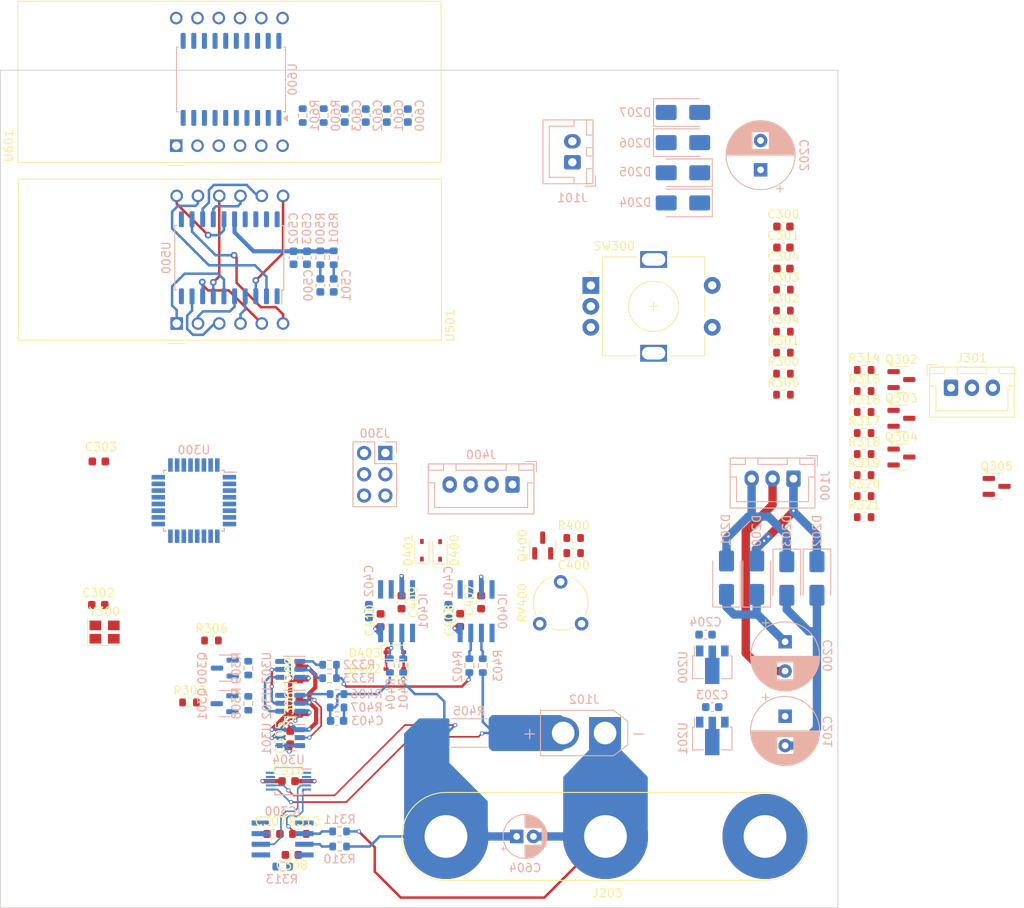
<source format=kicad_pcb>
(kicad_pcb (version 20240108) (generator "pcbnew") (generator_version "8.0")
  (layers (0 "F.Cu" signal) (31 "B.Cu" signal) (34 "B.Paste" user) (35 "F.Paste" user) (36 "B.SilkS" user "B.Silkscreen") (37 "F.SilkS" user "F.Silkscreen") (38 "B.Mask" user) (39 "F.Mask" user) (44 "Edge.Cuts" user))
  (net 0 "")
  (net 1 "/Power/+9V_unreg")
  (net 2 "GND")
  (net 3 "/Power/-9V_unreg")
  (net 4 "+12V")
  (net 5 "-5V")
  (net 6 "+5V")
  (net 7 "/MCU/XTAL2")
  (net 8 "/MCU/XTAL1")
  (net 9 "+4V")
  (net 10 "/Linear regulator/ccs_b")
  (net 11 "/Linear regulator/out_CV_amp")
  (net 12 "/Linear regulator/-in_CC_amp")
  (net 13 "/Linear regulator/-in_CV_amp")
  (net 14 "/Linear regulator/-Vin")
  (net 15 "/Linear regulator/Vout_div")
  (net 16 "/Power/-7VAC")
  (net 17 "/Power/+7VAC")
  (net 18 "/Power/12VAC1")
  (net 19 "/Power/12VAC2")
  (net 20 "/Linear regulator/+in_CV_amp")
  (net 21 "/MCU/-in_s_amp")
  (net 23 "/MCU/+in_s_amp")
  (net 25 "/MCU/Vout_meas")
  (net 27 "/Linear regulator/+in_CC_amp")
  (net 31 "/MCU/fan_v+")
  (net 32 "/MCU/fan_tacho")
  (net 33 "/MCU/MISO")
  (net 34 "/MCU/SCK")
  (net 35 "/MCU/MOSI")
  (net 36 "/MCU/RST")
  (net 37 "/MCU/SCL_4V")
  (net 38 "/MCU/SCL")
  (net 39 "/MCU/SDA_4V")
  (net 40 "/MCU/SDA")
  (net 41 "/Linear regulator/ccs_e")
  (net 42 "/MCU/I_DAC_out")
  (net 43 "/MCU/relay1")
  (net 44 "/Linear regulator/I_set")
  (net 45 "I_meas")
  (net 46 "/Linear regulator/U_set")
  (net 48 "/MCU/U_disp_DIO")
  (net 49 "/MCU/U_disp_CLK")
  (net 50 "/MCU/I_disp_DIO")
  (net 51 "/MCU/I_disp_CLK")
  (net 65 "/MCU/ADC_RDY")
  (net 66 "/MCU/relay2")
  (net 67 "/MCU/enc_B")
  (net 68 "/MCU/enc_A")
  (net 69 "/MCU/enc_button")
  (net 70 "/Linear regulator/pwr_base")
  (net 71 "/MCU/r1g_r")
  (net 72 "/MCU/fpwm_r")
  (net 73 "/MCU/fpwm_g")
  (net 74 "GNDREF")
  (net 75 "/Linear regulator/out_CC_amp")
  (net 76 "/MCU/_e_B")
  (net 77 "/MCU/_e_A")
  (net 78 "/MCU/_e_bt")
  (net 79 "Net-(U600-SEG2{slash}KS2)")
  (net 80 "Net-(U600-SEG4{slash}KS4)")
  (net 81 "Net-(U500-SEG1{slash}KS1)")
  (net 82 "Net-(U500-SEG2{slash}KS2)")
  (net 83 "Net-(U500-SEG3{slash}KS3)")
  (net 84 "Net-(U500-SEG4{slash}KS4)")
  (net 85 "Net-(U500-SEG5{slash}KS5)")
  (net 86 "Net-(U500-SEG6{slash}KS6)")
  (net 87 "Net-(U500-SEG7{slash}KS7)")
  (net 88 "Net-(U500-SEG8{slash}KS8)")
  (net 91 "Net-(U500-GRID4)")
  (net 92 "Net-(U500-GRID3)")
  (net 93 "Net-(U500-GRID2)")
  (net 94 "Net-(U500-GRID1)")
  (net 97 "Net-(U600-SEG6{slash}KS6)")
  (net 98 "Net-(U600-SEG8{slash}KS8)")
  (net 99 "Net-(U600-SEG5{slash}KS5)")
  (net 100 "Net-(U600-GRID1)")
  (net 101 "Net-(U600-GRID2)")
  (net 106 "Net-(U600-SEG7{slash}KS7)")
  (net 107 "Net-(U600-SEG1{slash}KS1)")
  (net 108 "Net-(U600-GRID3)")
  (net 109 "Net-(U600-SEG3{slash}KS3)")
  (net 110 "Net-(U600-GRID4)")
  (net 111 "/MCU/r2g_r")
  (net 112 "/MCU/relay_1_g")
  (net 113 "/MCU/fan_pwm")
  (net 114 "/MCU/relay_2_g")
  (footprint "Connector_JST:JST_XH_B3B-XH-A_1x03_P2.50mm_Vertical" (layer "F.Cu") (at 113.510225 37.92)
    (property "Reference" "J301")
    (property "Value" "JST_XH_B3B-XH")
  )
  (footprint "Capacitor_SMD:C_0603_1608Metric" (layer "F.Cu") (at 45.4 65.7 -90)
    (property "Reference" "C410")
    (property "Value" "100n")
  )
  (footprint "Resistor_SMD:R_0603_1608Metric" (layer "F.Cu") (at 103.140225 53.37)
    (property "Reference" "R321")
    (property "Value" "10k")
  )
  (footprint "Resistor_SMD:R_0603_1608Metric" (layer "F.Cu") (at 103.140225 48.35)
    (property "Reference" "R319")
    (property "Value" "220R")
  )
  (footprint "Diode_SMD:D_SOD-323" (layer "F.Cu") (at 47.1 71.5 180)
    (property "Reference" "D402")
    (property "Value" "1N4148WS")
  )
  (footprint "Resistor_SMD:R_0603_1608Metric" (layer "F.Cu") (at 103.140225 40.82)
    (property "Reference" "R316")
    (property "Value" "10k")
  )
  (footprint "Resistor_SMD:R_0603_1608Metric" (layer "F.Cu") (at 22.575 75.5)
    (property "Reference" "R307")
    (property "Value" "4k7")
  )
  (footprint "Resistor_SMD:R_0603_1608Metric" (layer "F.Cu") (at 103.140225 50.86)
    (property "Reference" "R320")
    (property "Value" "10k")
  )
  (footprint "Package_TO_SOT_SMD:SOT-23" (layer "F.Cu") (at 64.75 56.7625 90)
    (property "Reference" "Q400")
    (property "Value" "S9015")
  )
  (footprint "Resistor_SMD:R_0603_1608Metric" (layer "F.Cu") (at 68.45 55.8625)
    (property "Reference" "R400")
    (property "Value" "220R")
  )
  (footprint "Resistor_SMD:R_0603_1608Metric" (layer "F.Cu") (at 93.5 28.71)
    (property "Reference" "R302")
    (property "Value" "4k7")
  )
  (footprint "Capacitor_SMD:C_0603_1608Metric" (layer "F.Cu") (at 35.7 76.1 -90)
    (property "Reference" "C306")
    (property "Value" "100n")
  )
  (footprint "Capacitor_SMD:C_0603_1608Metric" (layer "F.Cu") (at 47.9 63.525 -90)
    (property "Reference" "C409")
    (property "Value" "100n")
  )
  (footprint "Resistor_SMD:R_0603_1608Metric" (layer "F.Cu") (at 103.140225 35.8)
    (property "Reference" "R314")
    (property "Value" "220R")
  )
  (footprint "Capacitor_SMD:C_0603_1608Metric" (layer "F.Cu") (at 11.6875 63.85)
    (property "Reference" "C302")
    (property "Value" "20p")
  )
  (footprint "Resistor_SMD:R_0603_1608Metric" (layer "F.Cu") (at 93.5 31.22)
    (property "Reference" "R304")
    (property "Value" "4k7")
  )
  (footprint "Rotary_Encoder:RotaryEncoder_Alps_EC11E-Switch_Vertical_H20mm" (layer "F.Cu") (at 70.5 25.7)
    (property "Reference" "SW300")
    (property "Value" "RotaryEncoder_Switch")
  )
  (footprint "Resistor_SMD:R_0603_1608Metric" (layer "F.Cu") (at 93.5 36.24)
    (property "Reference" "R300")
    (property "Value" "4k7")
  )
  (footprint "Capacitor_SMD:C_0603_1608Metric" (layer "F.Cu") (at 32.6 91.2 180)
    (property "Reference" "C307")
    (property "Value" "100n")
  )
  (footprint "Capacitor_SMD:C_0603_1608Metric" (layer "F.Cu") (at 93.5 23.69)
    (property "Reference" "C304")
    (property "Value" "100n")
  )
  (footprint "Resistor_SMD:R_0603_1608Metric" (layer "F.Cu") (at 103.140225 43.33)
    (property "Reference" "R317")
    (property "Value" "10k")
  )
  (footprint "Capacitor_SMD:C_0603_1608Metric" (layer "F.Cu") (at 57.4 63.525 90)
    (property "Reference" "C407")
    (property "Value" "100n")
  )
  (footprint "Capacitor_SMD:C_0603_1608Metric" (layer "F.Cu") (at 11.75 46.72)
    (property "Reference" "C303")
    (property "Value" "20p")
  )
  (footprint "Resistor_SMD:R_0603_1608Metric" (layer "F.Cu") (at 103.140225 45.84)
    (property "Reference" "R318")
    (property "Value" "10k")
  )
  (footprint "Capacitor_SMD:C_0603_1608Metric" (layer "F.Cu") (at 54.9 65.675 -90)
    (property "Reference" "C408")
    (property "Value" "100n")
  )
  (footprint "Resistor_SMD:R_0603_1608Metric" (layer "F.Cu") (at 68.45 57.6625 180)
    (property "Reference" "C400")
    (property "Value" "10u")
  )
  (footprint "Display_7Segment:CA56-12SURKWA" (layer "F.Cu") (at 20.995 9.015 90)
    (property "Reference" "U601")
    (property "Value" "CL5641BH")
  )
  (footprint "Capacitor_SMD:C_0603_1608Metric" (layer "F.Cu") (at 34.6 79.7 -90)
    (property "Reference" "C305")
    (property "Value" "470n")
  )
  (footprint "Diode_SMD:D_SOD-323" (layer "F.Cu") (at 47.1 69.5)
    (property "Reference" "D403")
    (property "Value" "1N4148WS")
  )
  (footprint "Diode_SMD:D_SOD-323" (layer "F.Cu") (at 50.3275 57.3275 90)
    (property "Reference" "D401")
    (property "Value" "1N4148WS")
  )
  (footprint "Package_TO_SOT_SMD:SOT-23" (layer "F.Cu") (at 107.590225 36.945)
    (property "Reference" "Q302")
    (property "Value" "CJ2306")
  )
  (footprint "Capacitor_SMD:C_0603_1608Metric" (layer "F.Cu") (at 34.4 84.9 180)
    (property "Reference" "C310")
    (property "Value" "100n")
  )
  (footprint "Capacitor_SMD:C_0603_1608Metric" (layer "F.Cu") (at 34.8 93.7 180)
    (property "Reference" "C308")
    (property "Value" "100n")
  )
  (footprint "Potentiometer_THT:Potentiometer_Piher_PT-6-V_Vertical" (layer "F.Cu") (at 69.4 66.1 90)
    (property "Reference" "RV400")
    (property "Value" "4k7")
  )
  (footprint "Display_7Segment:CA56-12SURKWA" (layer "F.Cu") (at 21.05 30.25 90)
    (property "Reference" "U501")
    (property "Value" "CL5641BH")
  )
  (footprint "Resistor_SMD:R_0603_1608Metric" (layer "F.Cu") (at 93.5 26.2)
    (property "Reference" "R303")
    (property "Value" "4k7")
  )
  (footprint "Capacitor_SMD:C_0603_1608Metric" (layer "F.Cu") (at 93.5 18.67)
    (property "Reference" "C300")
    (property "Value" "100n")
  )
  (footprint "Resistor_SMD:R_0603_1608Metric" (layer "F.Cu") (at 25.2 68.1)
    (property "Reference" "R306")
    (property "Value" "4k7")
  )
  (footprint "Resistor_SMD:R_0603_1608Metric" (layer "F.Cu") (at 103.140225 38.31)
    (property "Reference" "R315")
    (property "Value" "220R")
  )
  (footprint "Capacitor_SMD:C_0603_1608Metric" (layer "F.Cu") (at 35.7 72 -90)
    (property "Reference" "C309")
    (property "Value" "100n")
  )
  (footprint "Connector:Banana_Jack_3Pin" (layer "F.Cu") (at 53.2 91.5)
    (property "Reference" "J203")
    (property "Value" "Banana conn")
  )
  (footprint "Resistor_SMD:R_0603_1608Metric" (layer "F.Cu") (at 93.5 38.75)
    (property "Reference" "R305")
    (property "Value" "4k7")
  )
  (footprint "Package_TO_SOT_SMD:SOT-23" (layer "F.Cu") (at 118.9625 49.7)
    (property "Reference" "Q305")
    (property "Value" "CJ2306")
  )
  (footprint "Capacitor_SMD:C_0603_1608Metric" (layer "F.Cu") (at 93.5 21.18)
    (property "Reference" "C301")
    (property "Value" "100n")
  )
  (footprint "Diode_SMD:D_SOD-323" (layer "F.Cu") (at 52.5 57.35 90)
    (property "Reference" "D400")
    (property "Value" "1N4148WS")
  )
  (footprint "Package_TO_SOT_SMD:SOT-23" (layer "F.Cu") (at 107.590225 41.57)
    (property "Reference" "Q303")
    (property "Value" "2N7002")
  )
  (footprint "Resistor_SMD:R_0603_1608Metric" (layer "F.Cu") (at 93.5 33.73)
    (property "Reference" "R301")
    (property "Value" "4k7")
  )
  (footprint "Crystal:Crystal_SMD_SeikoEpson_TSX3225-4Pin_3.2x2.5mm" (layer "F.Cu") (at 12.4375 67.1)
    (property "Reference" "Y300")
    (property "Value" "16MHz")
  )
  (footprint "Resistor_SMD:R_0603_1608Metric" (layer "F.Cu") (at 35.7 91.2 180)
    (property "Reference" "R312")
    (property "Value" "10k")
  )
  (footprint "Package_TO_SOT_SMD:SOT-23" (layer "F.Cu") (at 107.590225 46.195)
    (property "Reference" "Q304")
    (property "Value" "BSS83P")
  )
  (footprint "Capacitor_SMD:C_0603_1608Metric" (layer "B.Cu") (at 38.2 25.7 -90)
    (property "Reference" "C500")
    (property "Value" "100p")
  )
  (footprint "Resistor_SMD:R_0603_1608Metric" (layer "B.Cu") (at 39.3 71)
    (property "Reference" "R322")
    (property "Value" "4k7")
  )
  (footprint "Resistor_SMD:R_0603_1608Metric" (layer "B.Cu") (at 39.8 22.4 -90)
    (property "Reference" "R501")
    (property "Value" "10k")
  )
  (footprint "Diode_SMD:D_SMA" (layer "B.Cu") (at 93.9 60.7 -90)
    (property "Reference" "D203")
    (property "Value" "B360")
  )
  (footprint "Capacitor_THT:CP_Radial_D5.0mm_P2.00mm" (layer "B.Cu") (at 61.644888 91.5)
    (property "Reference" "C604")
    (property "Value" "10u")
  )
  (footprint "Package_TO_SOT_SMD:SOT-23" (layer "B.Cu") (at 26.7625 75.65 180)
    (property "Reference" "Q301")
    (property "Value" "2N7002")
  )
  (footprint "Resistor_SMD:R_0603_1608Metric" (layer "B.Cu") (at 40.5 90.9 180)
    (property "Reference" "R311")
    (property "Value" "100k")
  )
  (footprint "Resistor_SMD:R_2512_6332Metric" (layer "B.Cu") (at 55.96875 79.15 180)
    (property "Reference" "R405")
    (property "Value" "15m")
  )
  (footprint "Connector_PinHeader_2.54mm:PinHeader_2x03_P2.54mm_Vertical" (layer "B.Cu") (at 45.9675 45.71 180)
    (property "Reference" "J300")
    (property "Value" "Goldpin_2x3")
  )
  (footprint "Resistor_SMD:R_0603_1608Metric" (layer "B.Cu") (at 29.6 75.6 -90)
    (property "Reference" "R308")
    (property "Value" "4k7")
  )
  (footprint "Diode_SMD:D_SMA" (layer "B.Cu") (at 97.5 60.7 -90)
    (property "Reference" "D202")
    (property "Value" "B360")
  )
  (footprint "Package_QFP:TQFP-32_7x7mm_P0.8mm" (layer "B.Cu") (at 23.1 51.4 180)
    (property "Reference" "U300")
    (property "Value" "ATmega328P-A")
  )
  (footprint "Capacitor_SMD:C_0603_1608Metric" (layer "B.Cu") (at 53.5 64.6 -90)
    (property "Reference" "C401")
    (property "Value" "22p")
  )
  (footprint "OPA277:SO08" (layer "B.Cu") (at 47.3 64.6 180)
    (property "Reference" "IC401")
    (property "Value" "OPA277")
  )
  (footprint "OPA277:SO08" (layer "B.Cu") (at 56.8 64.6 180)
    (property "Reference" "IC400")
    (property "Value" "OPA277")
  )
  (footprint "Diode_SMD:D_SMA" (layer "B.Cu") (at 81.5 8.65)
    (property "Reference" "D206")
    (property "Value" "B360")
  )
  (footprint "Capacitor_SMD:C_0603_1608Metric" (layer "B.Cu") (at 84.2 67.4 180)
    (property "Reference" "C204")
    (property "Value" "100n")
  )
  (footprint "Package_SO:SOP-20_7.5x12.8mm_P1.27mm" (layer "B.Cu") (at 27.325 22.4 90)
    (property "Reference" "U500")
    (property "Value" "TM1637")
  )
  (footprint "Package_TO_SOT_SMD:SOT-23-6" (layer "B.Cu") (at 34.6125 75.6 180)
    (property "Reference" "U302")
    (property "Value" "MCP4725")
  )
  (footprint "Capacitor_THT:CP_Radial_D8.0mm_P3.50mm" (layer "B.Cu") (at 93.7 68.247349 -90)
    (property "Reference" "C200")
    (property "Value" "1000u")
  )
  (footprint "Package_TO_SOT_SMD:SOT-23-6" (layer "B.Cu") (at 34.6 79.7 180)
    (property "Reference" "U301")
    (property "Value" "REF3240")
  )
  (footprint "Connector_AMASS:AMASS_XT30U-M_1x02_P5.0mm_Vertical" (layer "B.Cu") (at 72.2 79.15 180)
    (property "Reference" "J102")
    (property "Value" "XT30")
  )
  (footprint "Diode_SMD:D_SMA" (layer "B.Cu") (at 81.5 5.05)
    (property "Reference" "D207")
    (property "Value" "B360")
  )
  (footprint "Package_TO_SOT_SMD:SOT-23" (layer "B.Cu") (at 26.8 71.4 180)
    (property "Reference" "Q300")
    (property "Value" "2N7002")
  )
  (footprint "Capacitor_SMD:C_0603_1608Metric" (layer "B.Cu") (at 39.8 25.7 -90)
    (property "Reference" "C501")
    (property "Value" "100p")
  )
  (footprint "Package_SO:SOP-20_7.5x12.8mm_P1.27mm" (layer "B.Cu") (at 27.535 1.1 90)
    (property "Reference" "U600")
    (property "Value" "TM1637")
  )
  (footprint "Resistor_SMD:R_0603_1608Metric" (layer "B.Cu") (at 46.5 71.1 90)
    (property "Reference" "R404")
    (property "Value" "4k7")
  )
  (footprint "Resistor_SMD:R_0603_1608Metric" (layer "B.Cu") (at 33.7 95.1 180)
    (property "Reference" "R313")
    (property "Value" "10k")
  )
  (footprint "Resistor_SMD:R_0603_1608Metric" (layer "B.Cu") (at 36.095 5.42 90)
    (property "Reference" "R601")
    (property "Value" "10k")
  )
  (footprint "Diode_SMD:D_SMA" (layer "B.Cu") (at 90.3 60.6 90)
    (property "Reference" "D200")
    (property "Value" "B360")
  )
  (footprint "Resistor_SMD:R_0603_1608Metric" (layer "B.Cu") (at 38.605 5.42 90)
    (property "Reference" "R600")
    (property "Value" "10k")
  )
  (footprint "Capacitor_SMD:C_0603_1608Metric" (layer "B.Cu") (at 35 22.4 -90)
    (property "Reference" "C502")
    (property "Value" "100n")
  )
  (footprint "Diode_SMD:D_SMA" (layer "B.Cu") (at 86.7 60.6 90)
    (property "Reference" "D201")
    (property "Value" "B360")
  )
  (footprint "Connector_JST:JST_XH_B3B-XH-A_1x03_P2.50mm_Vertical" (layer "B.Cu") (at 94.7 48.775 180)
    (property "Reference" "J100")
    (property "Value" "JST_XH_B3B-XH")
  )
  (footprint "Resistor_SMD:R_0603_1608Metric" (layer "B.Cu") (at 29.6 71.4 -90)
    (property "Reference" "R309")
    (property "Value" "4k7")
  )
  (footprint "Capacitor_SMD:C_0603_1608Metric" (layer "B.Cu") (at 48.645 5.42 90)
    (property "Reference" "C600")
    (property "Value" "100p")
  )
  (footprint "Package_TO_SOT_SMD:SOT-89-3" (layer "B.Cu") (at 85 79.8 -90)
    (property "Reference" "U201")
    (property "Value" "MC79L05")
  )
  (footprint "Resistor_SMD:R_0603_1608Metric" (layer "B.Cu") (at 48.1 71.1 90)
    (property "Reference" "R401")
    (property "Value" "10k")
  )
  (footprint "Capacitor_SMD:C_0603_1608Metric" (layer "B.Cu") (at 44 64.6 -90)
    (property "Reference" "C402")
    (property "Value" "22p")
  )
  (footprint "Resistor_SMD:R_0603_1608Metric" (layer "B.Cu") (at 56 71.1 90)
    (property "Reference" "R402")
    (property "Value" "10k")
  )
  (footprint "Capacitor_THT:CP_Radial_D8.0mm_P3.50mm" (layer "B.Cu") (at 93.7 77.147349 -90)
    (property "Reference" "C201")
    (property "Value" "1000u")
  )
  (footprint "Resistor_SMD:R_0603_1608Metric" (layer "B.Cu") (at 40.5 92.7 180)
    (property "Reference" "R310")
    (property "Value" "100k")
  )
  (footprint "Package_TO_SOT_SMD:SOT-89-3" (layer "B.Cu") (at 85 71.3 -90)
    (property "Reference" "U200")
    (property "Value" "MC78L05")
  )
  (footprint "Capacitor_SMD:C_0603_1608Metric" (layer "B.Cu") (at 43.625 5.42 90)
    (property "Reference" "C602")
    (property "Value" "100n")
  )
  (footprint "Capacitor_SMD:C_0603_1608Metric" (layer "B.Cu") (at 41.115 5.42 90)
    (property "Reference" "C603")
    (property "Value" "10u")
  )
  (footprint "Resistor_SMD:R_0603_1608Metric" (layer "B.Cu") (at 38.2 22.4 -90)
    (property "Reference" "R500")
    (property "Value" "10k")
  )
  (footprint "Diode_SMD:D_SMA" (layer "B.Cu") (at 81.5 15.85 180)
    (property "Reference" "D204")
    (property "Value" "B360")
  )
  (footprint "Capacitor_THT:CP_Radial_D8.0mm_P3.50mm" (layer "B.Cu") (at 90.771428 11.9 90)
    (property "Reference" "C202")
    (property "Value" "1000u")
  )
  (footprint "Connector_JST:JST_XH_B2B-XH-A_1x02_P2.50mm_Vertical" (layer "B.Cu") (at 68.296428 10.997349 90)
    (property "Reference" "J101")
    (property "Value" "JST_XH_B2B-XH")
  )
  (footprint "Resistor_SMD:R_0603_1608Metric" (layer "B.Cu") (at 39.3 72.6 180)
    (property "Reference" "R323")
    (property "Value" "4k7")
  )
  (footprint "OPA277:SO08" (layer "B.Cu") (at 33.7 91.8 -90)
    (property "Reference" "IC300")
    (property "Value" "OPA277")
  )
  (footprint "Connector_JST:JST_XH_B4B-XH-A_1x04_P2.50mm_Vertical" (layer "B.Cu") (at 61.15 49.475 180)
    (property "Reference" "J400")
    (property "Value" "JST_XH_B4B-XH")
  )
  (footprint "Diode_SMD:D_SMA" (layer "B.Cu") (at 81.5 12.25 180)
    (property "Reference" "D205")
    (property "Value" "B360")
  )
  (footprint "Resistor_SMD:R_0603_1608Metric" (layer "B.Cu") (at 40.2 74.5)
    (property "Reference" "R406")
    (property "Value" "10k?")
  )
  (footprint "Resistor_SMD:R_0603_1608Metric" (layer "B.Cu") (at 57.6 71.1 90)
    (property "Reference" "R403")
    (property "Value" "22k")
  )
  (footprint "Capacitor_SMD:C_0603_1608Metric" (layer "B.Cu") (at 36.6 22.4 -90)
    (property "Reference" "C503")
    (property "Value" "10u")
  )
  (footprint "Capacitor_SMD:C_0603_1608Metric" (layer "B.Cu") (at 85 76.05 180)
    (property "Reference" "C203")
    (property "Value" "100n")
  )
  (footprint "Resistor_SMD:R_0603_1608Metric" (layer "B.Cu") (at 40.2 76.1)
    (property "Reference" "R407")
    (property "Value" "100k?")
  )
  (footprint "Package_SO:TSSOP-10_3x3mm_P0.5mm" (layer "B.Cu") (at 34.4 84.9 180)
    (property "Reference" "U304")
    (property "Value" "ADS1115IDGS")
  )
  (footprint "Package_TO_SOT_SMD:SOT-23-6" (layer "B.Cu") (at 34.6125 71.55 180)
    (property "Reference" "U303")
    (property "Value" "MCP4725")
  )
  (footprint "Capacitor_SMD:C_0603_1608Metric" (layer "B.Cu") (at 40.2 77.7 180)
    (property "Reference" "C403")
    (property "Value" "1n")
  )
  (footprint "Capacitor_SMD:C_0603_1608Metric" (layer "B.Cu") (at 46.135 5.42 90)
    (property "Reference" "C601")
    (property "Value" "100p")
  )
  (gr_rect (start 0 0) (end 100 100) (stroke (width 0.1)) (fill none) (layer "Edge.Cuts"))
  (segment (start 93.647349 68.247349) (end 93.7 68.247349) (width 1) (layer "B.Cu") (net 1))
  (segment (start 87.6 65) (end 90.147349 65) (width 1) (layer "B.Cu") (net 1))
  (segment (start 90.3 64.9) (end 93.647349 68.247349) (width 1) (layer "B.Cu") (net 1))
  (segment (start 86.7 64.1) (end 87.6 65) (width 1) (layer "B.Cu") (net 1))
  (segment (start 86.7 62.6) (end 86.7 64.1) (width 1) (layer "B.Cu") (net 1))
  (segment (start 90.3 64.847349) (end 90.3 62.6) (width 1) (layer "B.Cu") (net 1))
  (segment (start 90.147349 65) (end 90.3 64.847349) (width 1) (layer "B.Cu") (net 1))
  (segment (start 37.6 72.2) (end 37.6 73.7) (width 0.5) (layer "F.Cu") (net 2))
  (segment (start 48.15 69.5) (end 48.15 71.5) (width 0.3) (layer "F.Cu") (net 2))
  (segment (start 38.3 78.3) (end 38.3 76.1) (width 0.2) (layer "F.Cu") (net 2))
  (segment (start 89 69.6) (end 91.147349 71.747349) (width 1) (layer "F.Cu") (net 2))
  (segment (start 34.4 86) (end 35 86.6) (width 0.2) (layer "F.Cu") (net 2))
  (segment (start 35.7 71.225) (end 36.625 71.225) (width 0.5) (layer "F.Cu") (net 2))
  (segment (start 36.9 74.4) (end 36.9 75.5) (width 0.5) (layer "F.Cu") (net 2))
  (segment (start 39.9 86.6) (end 48.3 78.2) (width 0.2) (layer "F.Cu") (net 2))
  (segment (start 37.6 73.7) (end 36.9 74.4) (width 0.5) (layer "F.Cu") (net 2))
  (segment (start 38 78.6) (end 38.3 78.3) (width 0.2) (layer "F.Cu") (net 2))
  (segment (start 34.6 78.925) (end 34.6 78.2375) (width 0.5) (layer "F.Cu") (net 2))
  (segment (start 36.725 75.325) (end 36.9 75.5) (width 0.5) (layer "F.Cu") (net 2))
  (segment (start 89 55.1) (end 89 69.6) (width 1) (layer "F.Cu") (net 2))
  (segment (start 34.875 91.2) (end 34.875 90.775) (width 0.2) (layer "F.Cu") (net 2))
  (segment (start 37.7 77.9) (end 37.7 76.3) (width 0.5) (layer "F.Cu") (net 2))
  (segment (start 92.2 48.775) (end 92.2 51.9) (width 1) (layer "F.Cu") (net 2))
  (segment (start 34.875 90.775) (end 34.4 90.3) (width 0.2) (layer "F.Cu") (net 2))
  (segment (start 36.9 78.7) (end 37.7 77.9) (width 0.5) (layer "F.Cu") (net 2))
  (segment (start 36.625 71.225) (end 36.8 71.4) (width 0.5) (layer "F.Cu") (net 2))
  (segment (start 35 86.6) (end 39.9 86.6) (width 0.2) (layer "F.Cu") (net 2))
  (segment (start 38.3 76.1) (end 37.5 75.3) (width 0.2) (layer "F.Cu") (net 2))
  (segment (start 35.175 84.9) (end 37.5 84.9) (width 0.5) (layer "F.Cu") (net 2))
  (segment (start 48.15 72.65) (end 48.1 72.7) (width 0.3) (layer "F.Cu") (net 2))
  (segment (start 36.8 71.4) (end 37.6 72.2) (width 0.5) (layer "F.Cu") (net 2))
  (segment (start 37.7 76.3) (end 36.9 75.5) (width 0.5) (layer "F.Cu") (net 2))
  (segment (start 48.15 71.5) (end 48.15 72.65) (width 0.3) (layer "F.Cu") (net 2))
  (segment (start 91.147349 71.747349) (end 93.7 71.747349) (width 1) (layer "F.Cu") (net 2))
  (segment (start 35.7 75.325) (end 36.725 75.325) (width 0.5) (layer "F.Cu") (net 2))
  (segment (start 92.2 51.9) (end 89 55.1) (width 1) (layer "F.Cu") (net 2))
  (segment (start 37.5 75.3) (end 37.5 75.2) (width 0.2) (layer "F.Cu") (net 2))
  (segment (start 36.9 79.7) (end 38 78.6) (width 0.2) (layer "F.Cu") (net 2))
  (segment (start 48.3 78.2) (end 54.3 78.2) (width 0.2) (layer "F.Cu") (net 2))
  (segment (start 34.6 78.2375) (end 34.6875 78.15) (width 0.5) (layer "F.Cu") (net 2))
  (via (at 36.9 75.5) (size 0.5) (drill 0.3) (layers "F.Cu" "B.Cu") (net 2))
  (via (at 36.9 79.7) (size 0.5) (drill 0.3) (layers "F.Cu" "B.Cu") (net 2))
  (via (at 54.3 78.2) (size 0.5) (drill 0.3) (layers "F.Cu" "B.Cu") (net 2))
  (via (at 34.4 86) (size 0.5) (drill 0.3) (layers "F.Cu" "B.Cu") (net 2))
  (via (at 34.4 90.3) (size 0.5) (drill 0.3) (layers "F.Cu" "B.Cu") (net 2))
  (via (at 34.6875 78.15) (size 0.5) (drill 0.3) (layers "F.Cu" "B.Cu") (net 2))
  (via (at 36.9 78.7) (size 0.5) (drill 0.3) (layers "F.Cu" "B.Cu") (net 2))
  (via (at 36.8 71.4) (size 0.5) (drill 0.3) (layers "F.Cu" "B.Cu") (net 2))
  (via (at 37.5 75.2) (size 0.5) (drill 0.3) (layers "F.Cu" "B.Cu") (net 2))
  (via (at 37.5 84.9) (size 0.5) (drill 0.3) (layers "F.Cu" "B.Cu") (net 2))
  (via (at 48.1 72.7) (size 0.5) (drill 0.3) (layers "F.Cu" "B.Cu") (net 2))
  (segment (start 36.55 85.9) (end 36.3 85.9) (width 0.2) (layer "B.Cu") (net 2))
  (segment (start 34.2 90.1) (end 34.4 90.3) (width 0.2) (layer "B.Cu") (net 2))
  (segment (start 34.2 89.3) (end 34.2 89.5) (width 0.2) (layer "B.Cu") (net 2))
  (segment (start 48.1 73.1) (end 49.5 74.5) (width 0.3) (layer "B.Cu") (net 2))
  (segment (start 38.475 72.6) (end 38 72.6) (width 0.3) (layer "B.Cu") (net 2))
  (segment (start 36.8 75.6) (end 36.9 75.5) (width 0.5) (layer "B.Cu") (net 2))
  (segment (start 53.00625 75.40625) (end 53.00625 79.15) (width 0.3) (layer "B.Cu") (net 2))
  (segment (start 38 72.6) (end 36.8 71.4) (width 0.3) (layer "B.Cu") (net 2))
  (segment (start 61.644888 91.5) (end 53.2 91.5) (width 1) (layer "B.Cu") (net 2))
  (segment (start 53.299999 91.599999) (end 53.2 91.5) (width 1) (layer "B.Cu") (net 2))
  (segment (start 37.3 75) (end 36.836396 75) (width 0.2) (layer "B.Cu") (net 2))
  (segment (start 35.2875 78.75) (end 34.6875 78.15) (width 0.5) (layer "B.Cu") (net 2))
  (segment (start 36.55 84.9) (end 37.5 84.9) (width 0.25) (layer "B.Cu") (net 2))
  (segment (start 33.8 85.4) (end 32.25 85.4) (width 0.2) (layer "B.Cu") (net 2))
  (segment (start 36.1 88.5) (end 35.6 89) (width 0.2) (layer "B.Cu") (net 2))
  (segment (start 35.7375 79.7) (end 36.9 79.7) (width 0.2) (layer "B.Cu") (net 2))
  (segment (start 49.5 74.5) (end 52.1 74.5) (width 0.3) (layer "B.Cu") (net 2))
  (segment (start 44.1 92.7) (end 45.3 91.5) (width 0.3) (layer "B.Cu") (net 2))
  (segment (start 36.85 78.75) (end 36.9 78.7) (width 0.5) (layer "B.Cu") (net 2))
  (segment (start 35.7375 78.75) (end 35.2875 78.75) (width 0.5) (layer "B.Cu") (net 2))
  (segment (start 37.5 75.2) (end 37.3 75) (width 0.2) (layer "B.Cu") (net 2))
  (segment (start 35.75 75.6) (end 36.8 75.6) (width 0.5) (layer "B.Cu") (net 2))
  (segment (start 48.1 72.7) (end 48.1 73.1) (width 0.3) (layer "B.Cu") (net 2))
  (segment (start 36.1 88.3) (end 36.1 88.5) (width 0.2) (layer "B.Cu") (net 2))
  (segment (start 34.25 74.65) (end 34.6 75) (width 0.2) (layer "B.Cu") (net 2))
  (segment (start 36.1 86.3) (end 36.1 88.3) (width 0.2) (layer "B.Cu") (net 2))
  (segment (start 36.3 85.9) (end 36.1 86.1) (width 0.2) (layer "B.Cu") (net 2))
  (segment (start 34.6 75.3) (end 34.9 75.6) (width 0.2) (layer "B.Cu") (net 2))
  (segment (start 44.1 92.7) (end 41.325 92.7) (width 0.3) (layer "B.Cu") (net 2))
  (segment (start 36.1 86.1) (end 36.1 86.3) (width 0.2) (layer "B.Cu") (net 2))
  (segment (start 35.6875 78.75) (end 35.7375 78.75) (width 0.3) (layer "B.Cu") (net 2))
  (segment (start 35.6 89) (end 35.5 89.1) (width 0.2) (layer "B.Cu") (net 2))
  (segment (start 34.4 89.1) (end 34.2 89.3) (width 0.2) (layer "B.Cu") (net 2))
  (segment (start 35.75 71.55) (end 36.65 71.55) (width 0.5) (layer "B.Cu") (net 2))
  (segment (start 36.65 71.55) (end 36.8 71.4) (width 0.5) (layer "B.Cu") (net 2))
  (segment (start 53.00625 79.15) (end 53.35 79.15) (width 0.3) (layer "B.Cu") (net 2))
  (segment (start 34.2 89.5) (end 34.2 90.1) (width 0.2) (layer "B.Cu") (net 2))
  (segment (start 34.9 75.6) (end 35.75 75.6) (width 0.2) (layer "B.Cu") (net 2))
  (segment (start 45.3 91.5) (end 53.2 91.5) (width 0.3) (layer "B.Cu") (net 2))
  (segment (start 33.475 74.65) (end 34.25 74.65) (width 0.2) (layer "B.Cu") (net 2))
  (segment (start 34.4 86) (end 33.8 85.4) (width 0.2) (layer "B.Cu") (net 2))
  (segment (start 36.836396 75) (end 36.236396 75.6) (width 0.2) (layer "B.Cu") (net 2))
  (segment (start 53.35 79.15) (end 54.3 78.2) (width 0.3) (layer "B.Cu") (net 2))
  (segment (start 48.1 71.925) (end 48.1 72.7) (width 0.3) (layer "B.Cu") (net 2))
  (segment (start 36.236396 75.6) (end 35.75 75.6) (width 0.2) (layer "B.Cu") (net 2))
  (segment (start 35.5 89.1) (end 34.4 89.1) (width 0.2) (layer "B.Cu") (net 2))
  (segment (start 34.6 75) (end 34.6 75.3) (width 0.2) (layer "B.Cu") (net 2))
  (segment (start 35.7375 78.75) (end 36.85 78.75) (width 0.5) (layer "B.Cu") (net 2))
  (segment (start 52.1 74.5) (end 53.00625 75.40625) (width 0.3) (layer "B.Cu") (net 2))
  (segment (start 97.5 62.7) (end 97.5 67) (width 1) (layer "B.Cu") (net 3))
  (segment (start 96.5 67) (end 97.5 67) (width 1) (layer "B.Cu") (net 3))
  (segment (start 95.452651 80.647349) (end 93.7 80.647349) (width 1) (layer "B.Cu") (net 3))
  (segment (start 97.5 67) (end 97.5 78.6) (width 1) (layer "B.Cu") (net 3))
  (segment (start 93.9 62.7) (end 93.9 64.4) (width 1) (layer "B.Cu") (net 3))
  (segment (start 97.5 78.6) (end 95.452651 80.647349) (width 1) (layer "B.Cu") (net 3))
  (segment (start 93.9 64.4) (end 96.5 67) (width 1) (layer "B.Cu") (net 3))
  (segment (start 54.45 66.45) (end 54.9 66.45) (width 0.5) (layer "F.Cu") (net 5))
  (segment (start 44.75 66.75) (end 45.025 66.475) (width 0.5) (layer "F.Cu") (net 5))
  (segment (start 45.025 66.475) (end 45.4 66.475) (width 0.5) (layer "F.Cu") (net 5))
  (segment (start 54.25 66.65) (end 54.45 66.45) (width 0.5) (layer "F.Cu") (net 5))
  (via (at 54.25 66.65) (size 0.5) (drill 0.3) (layers "F.Cu" "B.Cu") (net 5))
  (via (at 44.75 66.75) (size 0.5) (drill 0.3) (layers "F.Cu" "B.Cu") (net 5))
  (segment (start 54.8 67.2) (end 54.895 67.2) (width 0.5) (layer "B.Cu") (net 5))
  (segment (start 54.25 66.65) (end 54.8 67.2) (width 0.5) (layer "B.Cu") (net 5))
  (segment (start 45.2 67.2) (end 45.395 67.2) (width 0.5) (layer "B.Cu") (net 5))
  (segment (start 44.75 66.75) (end 45.2 67.2) (width 0.5) (layer "B.Cu") (net 5))
  (segment (start 34.6 80.475) (end 34.6 81.2375) (width 0.5) (layer "F.Cu") (net 6))
  (segment (start 34.6 81.2375) (end 34.4875 81.35) (width 0.5) (layer "F.Cu") (net 6))
  (segment (start 57.4 60.5) (end 57.4 62.75) (width 0.5) (layer "F.Cu") (net 6))
  (segment (start 33.625 84.9) (end 31.3 84.9) (width 0.5) (layer "F.Cu") (net 6))
  (segment (start 47.9 60.4) (end 47.9 62.75) (width 0.5) (layer "F.Cu") (net 6))
  (via (at 31.3 84.9) (size 0.5) (drill 0.3) (layers "F.Cu" "B.Cu") (net 6))
  (via (at 34.4875 81.35) (size 0.5) (drill 0.3) (layers "F.Cu" "B.Cu") (net 6))
  (via (at 57.4 60.5) (size 0.5) (drill 0.3) (layers "F.Cu" "B.Cu") (net 6))
  (via (at 47.9 60.4) (size 0.5) (drill 0.3) (layers "F.Cu" "B.Cu") (net 6))
  (segment (start 47.935 60.435) (end 47.9 60.4) (width 0.5) (layer "B.Cu") (net 6))
  (segment (start 47.935 62) (end 47.935 60.435) (width 0.5) (layer "B.Cu") (net 6))
  (segment (start 33.7875 80.65) (end 34.4875 81.35) (width 0.5) (layer "B.Cu") (net 6))
  (segment (start 27.96 17.8) (end 27.96 19.36) (width 0.5) (layer "B.Cu") (net 6))
  (segment (start 39.75 21.625) (end 39.8 21.575) (width 0.5) (layer "B.Cu") (net 6))
  (segment (start 27.96 19.36) (end 30.225 21.625) (width 0.5) (layer "B.Cu") (net 6))
  (segment (start 33.4625 80.65) (end 33.7875 80.65) (width 0.5) (layer "B.Cu") (net 6))
  (segment (start 57.435 60.535) (end 57.4 60.5) (width 0.5) (layer "B.Cu") (net 6))
  (segment (start 32.25 84.9) (end 31.3 84.9) (width 0.25) (layer "B.Cu") (net 6))
  (segment (start 57.435 62) (end 57.435 60.535) (width 0.5) (layer "B.Cu") (net 6))
  (segment (start 35 21.625) (end 39.75 21.625) (width 0.5) (layer "B.Cu") (net 6))
  (segment (start 30.225 21.625) (end 35 21.625) (width 0.5) (layer "B.Cu") (net 6))
  (segment (start 35.7375 80.65) (end 33.4625 80.65) (width 0.3) (layer "B.Cu") (net 6))
  (segment (start 35.025 72.775) (end 34.6 73.2) (width 0.5) (layer "F.Cu") (net 9))
  (segment (start 35.208741 77.681291) (end 35.02745 77.5) (width 0.2) (layer "F.Cu") (net 9))
  (segment (start 32.4 78.75) (end 34.275 76.875) (width 0.5) (layer "F.Cu") (net 9))
  (segment (start 35.7 76.875) (end 36.725 76.875) (width 0.5) (layer "F.Cu") (net 9))
  (segment (start 32.4 79.65) (end 32.4 79.75) (width 0.2) (layer "F.Cu") (net 9))
  (segment (start 34.55 77.5) (end 32.4 79.65) (width 0.2) (layer "F.Cu") (net 9))
  (segment (start 34.275 76.875) (end 34.6 76.875) (width 0.5) (layer "F.Cu") (net 9))
  (segment (start 34.6 73.2) (end 34.6 76.875) (width 0.5) (layer "F.Cu") (net 9))
  (segment (start 35.7 72.775) (end 35.025 72.775) (width 0.5) (layer "F.Cu") (net 9))
  (segment (start 36.725 76.875) (end 36.9 76.7) (width 0.5) (layer "F.Cu") (net 9))
  (segment (start 35.7 72.775) (end 36.625 72.775) (width 0.5) (layer "F.Cu") (net 9))
  (segment (start 36.625 72.775) (end 36.8 72.6) (width 0.5) (layer "F.Cu") (net 9))
  (segment (start 34.6 76.875) (end 35.7 76.875) (width 0.5) (layer "F.Cu") (net 9))
  (segment (start 35.02745 77.5) (end 34.55 77.5) (width 0.2) (layer "F.Cu") (net 9))
  (via (at 36.9 76.7) (size 0.5) (drill 0.3) (layers "F.Cu" "B.Cu") (net 9))
  (via (at 35.208741 77.681291) (size 0.5) (drill 0.3) (layers "F.Cu" "B.Cu") (net 9))
  (via (at 32.4 78.75) (size 0.5) (drill 0.3) (layers "F.Cu" "B.Cu") (net 9))
  (via (at 36.8 72.6) (size 0.5) (drill 0.3) (layers "F.Cu" "B.Cu") (net 9))
  (via (at 32.4 79.75) (size 0.5) (drill 0.3) (layers "F.Cu" "B.Cu") (net 9))
  (segment (start 35.75 76.55) (end 36.75 76.55) (width 0.5) (layer "B.Cu") (net 9))
  (segment (start 33.4625 78.75) (end 32.4 78.75) (width 0.3) (layer "B.Cu") (net 9))
  (segment (start 34.2 70.6) (end 34.6 71) (width 0.2) (layer "B.Cu") (net 9))
  (segment (start 36.7 72.5) (end 36.8 72.6) (width 0.5) (layer "B.Cu") (net 9))
  (segment (start 33.475 70.6) (end 34.2 70.6) (width 0.2) (layer "B.Cu") (net 9))
  (segment (start 33.4625 79.7) (end 32.45 79.7) (width 0.2) (layer "B.Cu") (net 9))
  (segment (start 34.6 72.2) (end 34.9 72.5) (width 0.2) (layer "B.Cu") (net 9))
  (segment (start 34.6 71) (end 34.6 72.2) (width 0.2) (layer "B.Cu") (net 9))
  (segment (start 35.208741 77.681291) (end 35.208741 77.591259) (width 0.2) (layer "B.Cu") (net 9))
  (segment (start 35.75 72.5) (end 36.7 72.5) (width 0.5) (layer "B.Cu") (net 9))
  (segment (start 34.9 72.5) (end 35.75 72.5) (width 0.2) (layer "B.Cu") (net 9))
  (segment (start 36.75 76.55) (end 36.9 76.7) (width 0.5) (layer "B.Cu") (net 9))
  (segment (start 35.208741 77.591259) (end 35.75 77.05) (width 0.2) (layer "B.Cu") (net 9))
  (segment (start 35.75 77.05) (end 35.75 76.55) (width 0.2) (layer "B.Cu") (net 9))
  (segment (start 32.45 79.7) (end 32.4 79.75) (width 0.2) (layer "B.Cu") (net 9))
  (segment (start 57.435 69.235) (end 57.435 67.2) (width 0.3) (layer "B.Cu") (net 12))
  (segment (start 57.6 70.275) (end 57.6 69.4) (width 0.3) (layer "B.Cu") (net 12))
  (segment (start 57.6 69.4) (end 57.435 69.235) (width 0.3) (layer "B.Cu") (net 12))
  (segment (start 48.1 70.275) (end 48.1 69.3) (width 0.3) (layer "B.Cu") (net 13))
  (segment (start 47.935 69.135) (end 47.935 67.2) (width 0.3) (layer "B.Cu") (net 13))
  (segment (start 47.9 67.235) (end 47.935 67.2) (width 0.3) (layer "B.Cu") (net 13))
  (segment (start 48.1 69.3) (end 47.935 69.135) (width 0.3) (layer "B.Cu") (net 13))
  (segment (start 44.7 92.8) (end 44.7 95.7) (width 0.3) (layer "F.Cu") (net 14))
  (segment (start 42.8 90.9) (end 44.7 92.8) (width 0.3) (layer "F.Cu") (net 14))
  (segment (start 44.7 95.7) (end 47.8 98.8) (width 0.3) (layer "F.Cu") (net 14))
  (segment (start 64.95 98.8) (end 72.25 91.5) (width 0.3) (layer "F.Cu") (net 14))
  (segment (start 47.8 98.8) (end 64.95 98.8) (width 0.3) (layer "F.Cu") (net 14))
  (via (at 42.8 90.9) (size 0.5) (drill 0.3) (layers "F.Cu" "B.Cu") (net 14))
  (segment (start 63.644888 91.5) (end 72.25 91.5) (width 1) (layer "B.Cu") (net 14))
  (segment (start 41.025 77.65) (end 40.975 77.7) (width 0.3) (layer "B.Cu") (net 14))
  (segment (start 42.8 90.9) (end 41.325 90.9) (width 0.3) (layer "B.Cu") (net 14))
  (segment (start 72 79.28125) (end 71.96875 79.25) (width 3) (layer "B.Cu") (net 14))
  (segment (start 41.025 76.1) (end 41.025 77.65) (width 0.3) (layer "B.Cu") (net 14))
  (segment (start 41.025 74.5) (end 40.425 74.5) (width 0.3) (layer "B.Cu") (net 15))
  (segment (start 40.225 74.7) (end 40.225 75.8) (width 0.3) (layer "B.Cu") (net 15))
  (segment (start 39.375 76.1) (end 39.375 77.65) (width 0.3) (layer "B.Cu") (net 15))
  (segment (start 46.5 73.1) (end 46.5 71.925) (width 0.3) (layer "B.Cu") (net 15))
  (segment (start 41.025 74.5) (end 45.1 74.5) (width 0.3) (layer "B.Cu") (net 15))
  (segment (start 40.225 75.8) (end 39.925 76.1) (width 0.3) (layer "B.Cu") (net 15))
  (segment (start 39.375 77.65) (end 39.425 77.7) (width 0.3) (layer "B.Cu") (net 15))
  (segment (start 45.1 74.5) (end 46.5 73.1) (width 0.3) (layer "B.Cu") (net 15))
  (segment (start 39.925 76.1) (end 39.375 76.1) (width 0.3) (layer "B.Cu") (net 15))
  (segment (start 40.425 74.5) (end 40.225 74.7) (width 0.3) (layer "B.Cu") (net 15))
  (segment (start 91.7 55.7) (end 91.2 56.2) (width 1) (layer "F.Cu") (net 16))
  (segment (start 91.8 55.6) (end 94.7 52.7) (width 1) (layer "F.Cu") (net 16))
  (segment (start 94.7 52.7) (end 94.7 48.775) (width 1) (layer "F.Cu") (net 16))
  (via (at 94.7 52.6) (size 0.5) (drill 0.3) (layers "F.Cu" "B.Cu") (net 16))
  (via (at 91.2 56.2) (size 0.5) (drill 0.3) (layers "F.Cu" "B.Cu") (net 16))
  (via (at 91.7 55.7) (size 0.5) (drill 0.3) (layers "F.Cu" "B.Cu") (net 16))
  (segment (start 97.5 55.5) (end 94.7 52.7) (width 1) (layer "B.Cu") (net 16))
  (segment (start 90.3 57.1) (end 90.3 58.6) (width 1) (layer "B.Cu") (net 16))
  (segment (start 97.5 58.7) (end 97.5 55.5) (width 1) (layer "B.Cu") (net 16))
  (segment (start 94.7 52.7) (end 94.7 48.775) (width 1) (layer "B.Cu") (net 16))
  (segment (start 91.7 55.7) (end 90.2 57.2) (width 1) (layer "B.Cu") (net 16))
  (segment (start 86.7 58.6) (end 86.7 55.9) (width 1) (layer "B.Cu") (net 17))
  (segment (start 89.7 53.3) (end 89.7 52.6) (width 1) (layer "B.Cu") (net 17))
  (segment (start 89.3 53.3) (end 89.7 53.3) (width 1) (layer "B.Cu") (net 17))
  (segment (start 86.7 55.9) (end 89.3 53.3) (width 1) (layer "B.Cu") (net 17))
  (segment (start 93.9 58.7) (end 93.9 55.5) (width 1) (layer "B.Cu") (net 17))
  (segment (start 89.7 52.6) (end 89.7 48.775) (width 1) (layer "B.Cu") (net 17))
  (segment (start 91.7 53.3) (end 89.7 53.3) (width 1) (layer "B.Cu") (net 17))
  (segment (start 93.9 55.5) (end 91.7 53.3) (width 1) (layer "B.Cu") (net 17))
  (segment (start 46.05 71.5) (end 46.05 69.5) (width 0.3) (layer "F.Cu") (net 20))
  (segment (start 46.05 69.15) (end 46.2 69) (width 0.3) (layer "F.Cu") (net 20))
  (segment (start 46.05 69.5) (end 46.05 69.15) (width 0.3) (layer "F.Cu") (net 20))
  (segment (start 46.2 69) (end 46.665 69) (width 0.3) (layer "F.Cu") (net 20))
  (via (at 46.665 69) (size 0.5) (drill 0.3) (layers "F.Cu" "B.Cu") (net 20))
  (segment (start 46.5 70.275) (end 46.5 69.3) (width 0.3) (layer "B.Cu") (net 20))
  (segment (start 46.5 69.3) (end 46.665 69.135) (width 0.3) (layer "B.Cu") (net 20))
  (segment (start 46.665 69) (end 46.665 67.2) (width 0.3) (layer "B.Cu") (net 20))
  (segment (start 46.665 69.135) (end 46.665 69) (width 0.3) (layer "B.Cu") (net 20))
  (segment (start 38.4 90.9) (end 39.675 90.9) (width 0.3) (layer "B.Cu") (net 21))
  (segment (start 36.3 91.165) (end 38.135 91.165) (width 0.3) (layer "B.Cu") (net 21))
  (segment (start 38.135 91.165) (end 38.4 90.9) (width 0.3) (layer "B.Cu") (net 21))
  (segment (start 38.135 92.435) (end 38.4 92.7) (width 0.3) (layer "B.Cu") (net 23))
  (segment (start 36.3 92.435) (end 38.135 92.435) (width 0.3) (layer "B.Cu") (net 23))
  (segment (start 38.4 92.7) (end 39.675 92.7) (width 0.3) (layer "B.Cu") (net 23))
  (segment (start 35.1 88.5) (end 34.1 88.5) (width 0.2) (layer "B.Cu") (net 25))
  (segment (start 32.665 92.435) (end 31.1 92.435) (width 0.2) (layer "B.Cu") (net 25))
  (segment (start 35.9 85.4) (end 35.5 85.8) (width 0.2) (layer "B.Cu") (net 25))
  (segment (start 36.55 85.4) (end 35.9 85.4) (width 0.2) (layer "B.Cu") (net 25))
  (segment (start 35.5 85.8) (end 35.5 88.1) (width 0.2) (layer "B.Cu") (net 25))
  (segment (start 35.5 88.1) (end 35.1 88.5) (width 0.2) (layer "B.Cu") (net 25))
  (segment (start 33.5 89.1) (end 33.5 91.6) (width 0.2) (layer "B.Cu") (net 25))
  (segment (start 34.1 88.5) (end 33.5 89.1) (width 0.2) (layer "B.Cu") (net 25))
  (segment (start 33.5 91.6) (end 32.665 92.435) (width 0.2) (layer "B.Cu") (net 25))
  (segment (start 56 70.275) (end 56 69.4) (width 0.3) (layer "B.Cu") (net 27))
  (segment (start 56 69.4) (end 56.165 69.235) (width 0.3) (layer "B.Cu") (net 27))
  (segment (start 56.165 69.235) (end 56.165 67.2) (width 0.3) (layer "B.Cu") (net 27))
  (segment (start 32.4 73.6) (end 32.4 71.6) (width 0.3) (layer "F.Cu") (net 37))
  (via (at 32.4 73.6) (size 0.5) (drill 0.3) (layers "F.Cu" "B.Cu") (net 37))
  (via (at 32.4 71.6) (size 0.5) (drill 0.3) (layers "F.Cu" "B.Cu") (net 37))
  (segment (start 33.475 75.6) (end 32.7 75.6) (width 0.3) (layer "B.Cu") (net 37))
  (segment (start 32.7 75.6) (end 32.4 75.3) (width 0.3) (layer "B.Cu") (net 37))
  (segment (start 33.475 71.55) (end 32.45 71.55) (width 0.3) (layer "B.Cu") (net 37))
  (segment (start 32.45 71.55) (end 32.4 71.6) (width 0.3) (layer "B.Cu") (net 37))
  (segment (start 32.4 75.3) (end 32.4 73.6) (width 0.3) (layer "B.Cu") (net 37))
  (segment (start 31.6 73) (end 31.6 76) (width 0.3) (layer "B.Cu") (net 39))
  (segment (start 32.1 72.5) (end 31.6 73) (width 0.3) (layer "B.Cu") (net 39))
  (segment (start 31.6 76) (end 32.15 76.55) (width 0.3) (layer "B.Cu") (net 39))
  (segment (start 33.475 72.5) (end 32.1 72.5) (width 0.3) (layer "B.Cu") (net 39))
  (segment (start 32.15 76.55) (end 33.475 76.55) (width 0.3) (layer "B.Cu") (net 39))
  (segment (start 37.3 70.6) (end 37.7 71) (width 0.3) (layer "B.Cu") (net 42))
  (segment (start 35.75 70.6) (end 37.3 70.6) (width 0.3) (layer "B.Cu") (net 42))
  (segment (start 37.7 71) (end 38.475 71) (width 0.3) (layer "B.Cu") (net 42))
  (segment (start 41.3 73.6) (end 41 73.3) (width 0.3) (layer "F.Cu") (net 44))
  (segment (start 55.1 73.6) (end 46 73.6) (width 0.3) (layer "F.Cu") (net 44))
  (segment (start 55.9 72.8) (end 55.1 73.6) (width 0.3) (layer "F.Cu") (net 44))
  (segment (start 46 73.6) (end 41.3 73.6) (width 0.3) (layer "F.Cu") (net 44))
  (via (at 55.9 72.8) (size 0.5) (drill 0.3) (layers "F.Cu" "B.Cu") (net 44))
  (via (at 41 73.3) (size 0.5) (drill 0.3) (layers "F.Cu" "B.Cu") (net 44))
  (segment (start 56 72.7) (end 55.9 72.8) (width 0.3) (layer "B.Cu") (net 44))
  (segment (start 40.7 72.6) (end 40.125 72.6) (width 0.3) (layer "B.Cu") (net 44))
  (segment (start 41 73.3) (end 41 72.9) (width 0.3) (layer "B.Cu") (net 44))
  (segment (start 40.125 71) (end 40.125 72.6) (width 0.3) (layer "B.Cu") (net 44))
  (segment (start 56 71.925) (end 56 72.7) (width 0.3) (layer "B.Cu") (net 44))
  (segment (start 41 72.9) (end 40.7 72.6) (width 0.3) (layer "B.Cu") (net 44))
  (segment (start 41.3 87.4) (end 49.1 79.6) (width 0.2) (layer "F.Cu") (net 45))
  (segment (start 49.1 79.6) (end 57.1 79.6) (width 0.2) (layer "F.Cu") (net 45))
  (segment (start 34.7 87.4) (end 41.3 87.4) (width 0.2) (layer "F.Cu") (net 45))
  (segment (start 57.1 79.6) (end 57.5 79.2) (width 0.2) (layer "F.Cu") (net 45))
  (via (at 34.7 87.4) (size 0.5) (drill 0.3) (layers "F.Cu" "B.Cu") (net 45))
  (via (at 57.5 79.2) (size 0.5) (drill 0.3) (layers "F.Cu" "B.Cu") (net 45))
  (segment (start 57.55 79.15) (end 57.5 79.2) (width 0.3) (layer "B.Cu") (net 45))
  (segment (start 58.93125 79.15) (end 57.55 79.15) (width 0.3) (layer "B.Cu") (net 45))
  (segment (start 34.6 87.4) (end 33.1 85.9) (width 0.2) (layer "B.Cu") (net 45))
  (segment (start 57.6 77.81875) (end 58.93125 79.15) (width 0.3) (layer "B.Cu") (net 45))
  (segment (start 33.1 85.9) (end 32.25 85.9) (width 0.2) (layer "B.Cu") (net 45))
  (segment (start 34.7 87.4) (end 34.6 87.4) (width 0.2) (layer "B.Cu") (net 45))
  (segment (start 57.6 71.925) (end 57.6 77.81875) (width 0.3) (layer "B.Cu") (net 45))
  (segment (start 36.7 74.5) (end 39.375 74.5) (width 0.3) (layer "B.Cu") (net 46))
  (segment (start 35.75 74.65) (end 36.55 74.65) (width 0.3) (layer "B.Cu") (net 46))
  (segment (start 36.55 74.65) (end 36.7 74.5) (width 0.3) (layer "B.Cu") (net 46))
  (segment (start 38.2 24.925) (end 38.2 23.225) (width 0.3) (layer "B.Cu") (net 48))
  (segment (start 39.8 24.925) (end 39.8 23.225) (width 0.3) (layer "B.Cu") (net 49))
  (segment (start 23.3 16.2) (end 21.2 16.2) (width 0.3) (layer "B.Cu") (net 81))
  (segment (start 30.4 23.3) (end 31.77 24.67) (width 0.3) (layer "B.Cu") (net 81))
  (segment (start 20.5 18.9) (end 24.9 23.3) (width 0.3) (layer "B.Cu") (net 81))
  (segment (start 24.9 23.3) (end 30.4 23.3) (width 0.3) (layer "B.Cu") (net 81))
  (segment (start 20.5 16.9) (end 20.5 18.9) (width 0.3) (layer "B.Cu") (net 81))
  (segment (start 31.77 24.67) (end 31.77 27) (width 0.3) (layer "B.Cu") (net 81))
  (segment (start 21.2 16.2) (end 20.5 16.9) (width 0.3) (layer "B.Cu") (net 81))
  (segment (start 23.59 15.91) (end 23.3 16.2) (width 0.3) (layer "B.Cu") (net 81))
  (segment (start 23.59 15.01) (end 23.59 15.91) (width 0.3) (layer "B.Cu") (net 81))
  (segment (start 33.75 21.85) (end 33.75 15.01) (width 0.3) (layer "F.Cu") (net 82))
  (segment (start 30.5 25.1) (end 33.75 21.85) (width 0.3) (layer "F.Cu") (net 82))
  (via (at 30.5 25.1) (size 0.8) (drill 0.4) (layers "F.Cu" "B.Cu") (net 82))
  (segment (start 30.5 25.1) (end 30.5 27) (width 0.3) (layer "B.Cu") (net 82))
  (segment (start 29.23 27) (end 29.23 28.57) (width 0.3) (layer "B.Cu") (net 83))
  (segment (start 28.67 29.13) (end 28.67 30.25) (width 0.3) (layer "B.Cu") (net 83))
  (segment (start 29.23 28.57) (end 28.67 29.13) (width 0.3) (layer "B.Cu") (net 83))
  (segment (start 24.2 28.8) (end 27.4 28.8) (width 0.3) (layer "B.Cu") (net 84))
  (segment (start 23.59 29.41) (end 24.2 28.8) (width 0.3) (layer "B.Cu") (net 84))
  (segment (start 23.59 30.25) (end 23.59 29.41) (width 0.3) (layer "B.Cu") (net 84))
  (segment (start 27.4 28.8) (end 27.96 28.24) (width 0.3) (layer "B.Cu") (net 84))
  (segment (start 27.96 28.24) (end 27.96 27) (width 0.3) (layer "B.Cu") (net 84))
  (segment (start 20.5 28.1) (end 20.5 25.8) (width 0.3) (layer "B.Cu") (net 85))
  (segment (start 22 24.3) (end 26 24.3) (width 0.3) (layer "B.Cu") (net 85))
  (segment (start 26 24.3) (end 26.69 24.99) (width 0.3) (layer "B.Cu") (net 85))
  (segment (start 21.05 28.65) (end 20.5 28.1) (width 0.3) (layer "B.Cu") (net 85))
  (segment (start 21.05 30.25) (end 21.05 28.65) (width 0.3) (layer "B.Cu") (net 85))
  (segment (start 20.5 25.8) (end 22 24.3) (width 0.3) (layer "B.Cu") (net 85))
  (segment (start 26.69 24.99) (end 26.69 27) (width 0.3) (layer "B.Cu") (net 85))
  (segment (start 25.42 25.3295) (end 26.13 24.6195) (width 0.3) (layer "F.Cu") (net 86))
  (segment (start 26.13 24.6195) (end 26.13 15.01) (width 0.3) (layer "F.Cu") (net 86))
  (via (at 25.42 25.3295) (size 0.8) (drill 0.4) (layers "F.Cu" "B.Cu") (net 86))
  (segment (start 25.42 25.3295) (end 25.42 27) (width 0.3) (layer "B.Cu") (net 86))
  (segment (start 27.26 26.3) (end 31.21 30.25) (width 0.3) (layer "F.Cu") (net 87))
  (segment (start 24.8 26.3) (end 27.26 26.3) (width 0.3) (layer "F.Cu") (net 87))
  (segment (start 24.1 25.6) (end 24.8 26.3) (width 0.3) (layer "F.Cu") (net 87))
  (segment (start 24.1 25.3) (end 24.1 25.6) (width 0.3) (layer "F.Cu") (net 87))
  (via (at 24.1 25.3) (size 0.8) (drill 0.4) (layers "F.Cu" "B.Cu") (net 87))
  (segment (start 24.15 25.35) (end 24.15 27) (width 0.3) (layer "B.Cu") (net 87))
  (segment (start 24.1 25.3) (end 24.15 25.35) (width 0.3) (layer "B.Cu") (net 87))
  (segment (start 24.2 31.6) (end 23 31.6) (width 0.3) (layer "B.Cu") (net 88))
  (segment (start 22.3 29.3) (end 22.88 28.72) (width 0.3) (layer "B.Cu") (net 88))
  (segment (start 23 31.6) (end 22.3 30.9) (width 0.3) (layer "B.Cu") (net 88))
  (segment (start 22.3 30.9) (end 22.3 29.3) (width 0.3) (layer "B.Cu") (net 88))
  (segment (start 22.88 28.72) (end 22.88 27) (width 0.3) (layer "B.Cu") (net 88))
  (segment (start 25.55 30.25) (end 24.2 31.6) (width 0.3) (layer "B.Cu") (net 88))
  (segment (start 26.13 30.25) (end 25.55 30.25) (width 0.3) (layer "B.Cu") (net 88))
  (segment (start 28.2 22.4) (end 28.2 25.4) (width 0.3) (layer "F.Cu") (net 91))
  (segment (start 27.9 22.1) (end 28.2 22.4) (width 0.3) (layer "F.Cu") (net 91))
  (segment (start 32.9 28.3) (end 33.75 29.15) (width 0.3) (layer "F.Cu") (net 91))
  (segment (start 28.2 25.4) (end 31.1 28.3) (width 0.3) (layer "F.Cu") (net 91))
  (segment (start 33.75 29.15) (end 33.75 30.25) (width 0.3) (layer "F.Cu") (net 91))
  (segment (start 31.1 28.3) (end 32.9 28.3) (width 0.3) (layer "F.Cu") (net 91))
  (via (at 27.9 22.1) (size 0.8) (drill 0.4) (layers "F.Cu" "B.Cu") (net 91))
  (segment (start 25.7 22.1) (end 22.88 19.28) (width 0.3) (layer "B.Cu") (net 91))
  (segment (start 22.88 19.28) (end 22.88 17.8) (width 0.3) (layer "B.Cu") (net 91))
  (segment (start 27.9 22.1) (end 25.7 22.1) (width 0.3) (layer "B.Cu") (net 91))
  (segment (start 24.9 15.8) (end 24.15 16.55) (width 0.3) (layer "B.Cu") (net 92))
  (segment (start 31.21 15.01) (end 30.71 15.01) (width 0.3) (layer "B.Cu") (net 92))
  (segment (start 29.4 13.7) (end 25.5 13.7) (width 0.3) (layer "B.Cu") (net 92))
  (segment (start 24.15 16.55) (end 24.15 17.8) (width 0.3) (layer "B.Cu") (net 92))
  (segment (start 24.9 14.3) (end 24.9 15.8) (width 0.3) (layer "B.Cu") (net 92))
  (segment (start 30.71 15.01) (end 29.4 13.7) (width 0.3) (layer "B.Cu") (net 92))
  (segment (start 25.5 13.7) (end 24.9 14.3) (width 0.3) (layer "B.Cu") (net 92))
  (segment (start 25.75 16.25) (end 25.42 16.58) (width 0.3) (layer "B.Cu") (net 93))
  (segment (start 25.42 16.58) (end 25.42 17.8) (width 0.3) (layer "B.Cu") (net 93))
  (segment (start 28.67 15.93) (end 28.35 16.25) (width 0.3) (layer "B.Cu") (net 93))
  (segment (start 28.35 16.25) (end 25.75 16.25) (width 0.3) (layer "B.Cu") (net 93))
  (segment (start 28.67 15.01) (end 28.67 15.93) (width 0.3) (layer "B.Cu") (net 93))
  (segment (start 24.8 19.7) (end 21.05 15.95) (width 0.3) (layer "F.Cu") (net 94))
  (segment (start 21.05 15.95) (end 21.05 15.01) (width 0.3) (layer "F.Cu") (net 94))
  (via (at 24.8 19.7) (size 0.8) (drill 0.4) (layers "F.Cu" "B.Cu") (net 94))
  (segment (start 26.69 19.11) (end 26.69 17.8) (width 0.3) (layer "B.Cu") (net 94))
  (segment (start 24.8 19.7) (end 26.1 19.7) (width 0.3) (layer "B.Cu") (net 94))
  (segment (start 26.1 19.7) (end 26.69 19.11) (width 0.3) (layer "B.Cu") (net 94))
  (zone (net 14) (net_name "/Linear regulator/-Vin") (layer "B.Cu") (priority 2) (connect_pads yes (clearance 0.2)) (min_thickness 0.25) (fill yes (thermal_gap 0.5) (thermal_bridge_width 0.5))
    (polygon (pts (xy 67.2 84.4) (xy 70.35 81.1) (xy 70.35 77.3) (xy 74.05 77.3) (xy 74.05 81.1) (xy 77.3 84.4) (xy 77.3 91.4) (xy 67.2 91.4)))
  )
  (zone (net 45) (net_name "I_meas") (layer "B.Cu") (priority 1) (connect_pads yes (clearance 0.2)) (min_thickness 0.25) (fill yes (thermal_gap 0.5) (thermal_bridge_width 0.5))
    (polygon (pts (xy 58.3 80.9) (xy 58.3 77.4) (xy 58.7 77) (xy 66.9 77) (xy 68.4 78) (xy 68.4 80.5) (xy 67 81.3) (xy 58.7 81.3)))
  )
  (zone (net 2) (net_name "GND") (layer "B.Cu") (connect_pads yes (clearance 0.2)) (min_thickness 0.25) (fill yes (thermal_gap 0.5) (thermal_bridge_width 0.5))
    (polygon (pts (xy 48.2 91.5) (xy 48.2 79.2) (xy 50 77.4) (xy 53.6 77.4) (xy 53.6 82.7) (xy 58.2 87.3) (xy 58.2 91.6)))
  )
)
</source>
